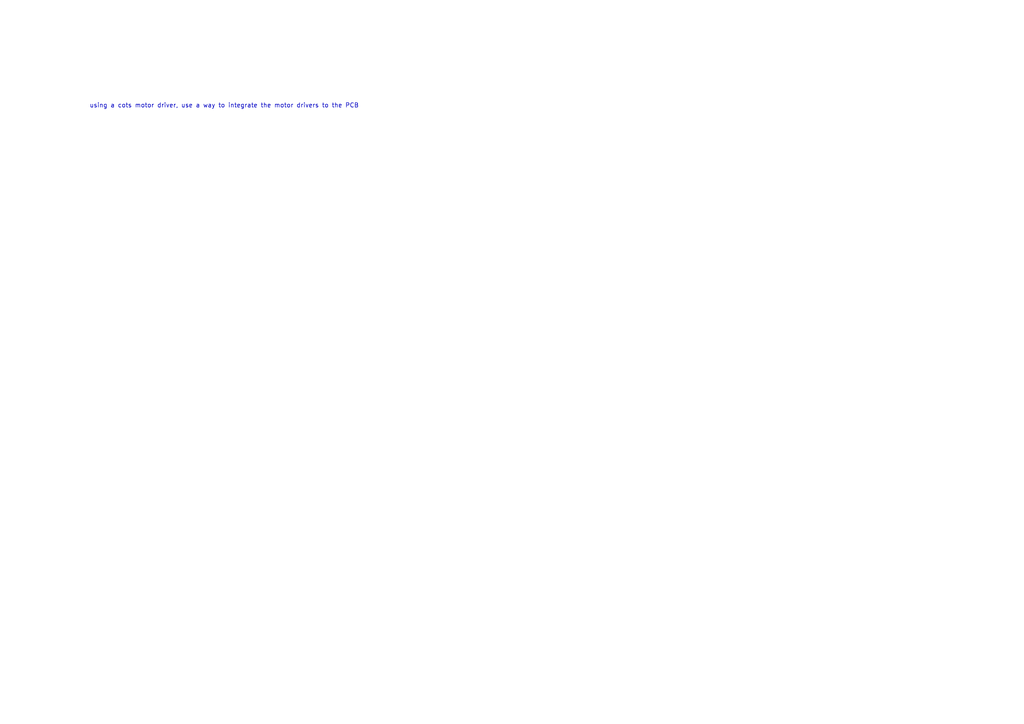
<source format=kicad_sch>
(kicad_sch
	(version 20250114)
	(generator "eeschema")
	(generator_version "9.0")
	(uuid "388156f9-41d1-4297-adbb-e5ec65b95cc1")
	(paper "A4")
	(lib_symbols)
	(text "using a cots motor driver, use a way to integrate the motor drivers to the PCB\n"
		(exclude_from_sim no)
		(at 65.024 30.734 0)
		(effects
			(font
				(size 1.27 1.27)
			)
		)
		(uuid "40775730-1b26-41e0-8896-624e3a310839")
	)
)

</source>
